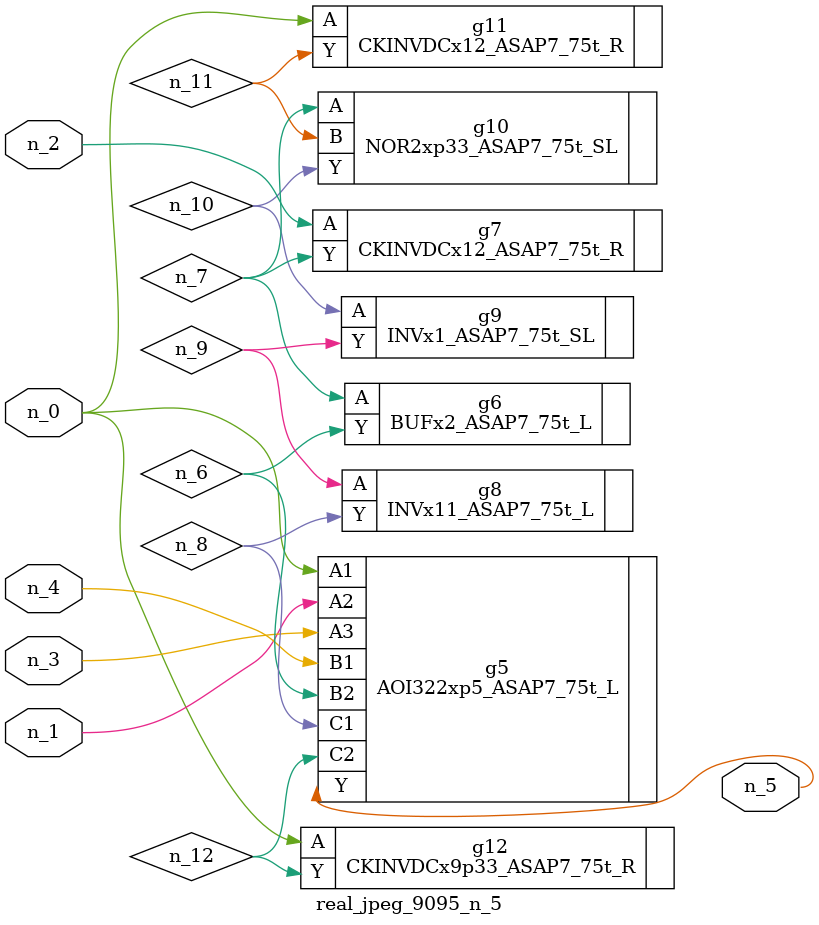
<source format=v>
module real_jpeg_9095_n_5 (n_4, n_0, n_1, n_2, n_3, n_5);

input n_4;
input n_0;
input n_1;
input n_2;
input n_3;

output n_5;

wire n_12;
wire n_8;
wire n_11;
wire n_6;
wire n_7;
wire n_10;
wire n_9;

AOI322xp5_ASAP7_75t_L g5 ( 
.A1(n_0),
.A2(n_1),
.A3(n_3),
.B1(n_4),
.B2(n_6),
.C1(n_8),
.C2(n_12),
.Y(n_5)
);

CKINVDCx12_ASAP7_75t_R g11 ( 
.A(n_0),
.Y(n_11)
);

CKINVDCx9p33_ASAP7_75t_R g12 ( 
.A(n_0),
.Y(n_12)
);

CKINVDCx12_ASAP7_75t_R g7 ( 
.A(n_2),
.Y(n_7)
);

BUFx2_ASAP7_75t_L g6 ( 
.A(n_7),
.Y(n_6)
);

NOR2xp33_ASAP7_75t_SL g10 ( 
.A(n_7),
.B(n_11),
.Y(n_10)
);

INVx11_ASAP7_75t_L g8 ( 
.A(n_9),
.Y(n_8)
);

INVx1_ASAP7_75t_SL g9 ( 
.A(n_10),
.Y(n_9)
);


endmodule
</source>
